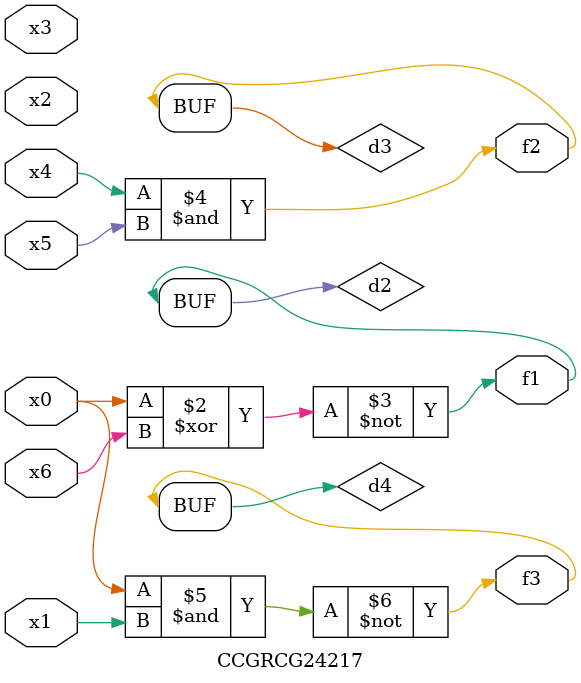
<source format=v>
module CCGRCG24217(
	input x0, x1, x2, x3, x4, x5, x6,
	output f1, f2, f3
);

	wire d1, d2, d3, d4;

	nor (d1, x0);
	xnor (d2, x0, x6);
	and (d3, x4, x5);
	nand (d4, x0, x1);
	assign f1 = d2;
	assign f2 = d3;
	assign f3 = d4;
endmodule

</source>
